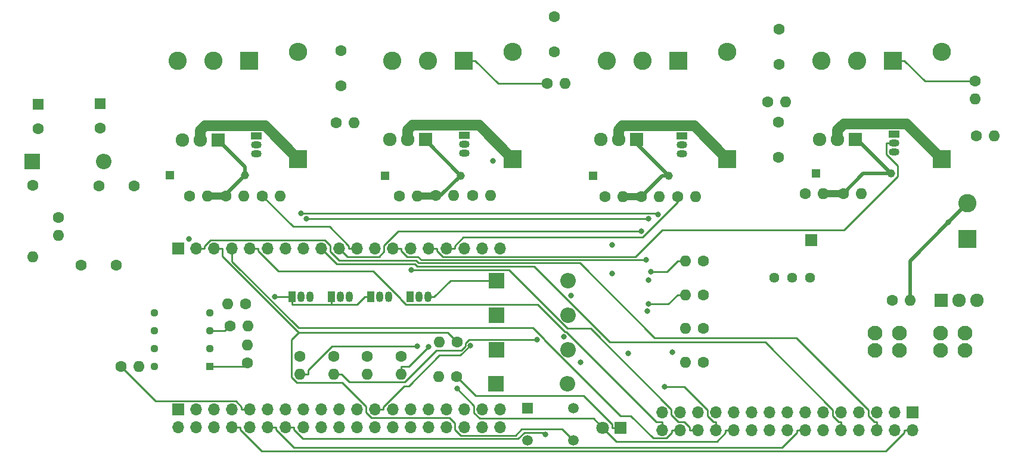
<source format=gbr>
%TF.GenerationSoftware,KiCad,Pcbnew,(6.0.0)*%
%TF.CreationDate,2022-04-11T12:39:09-07:00*%
%TF.ProjectId,MakeItRain,4d616b65-4974-4526-9169-6e2e6b696361,rev?*%
%TF.SameCoordinates,Original*%
%TF.FileFunction,Copper,L2,Inr*%
%TF.FilePolarity,Positive*%
%FSLAX46Y46*%
G04 Gerber Fmt 4.6, Leading zero omitted, Abs format (unit mm)*
G04 Created by KiCad (PCBNEW (6.0.0)) date 2022-04-11 12:39:09*
%MOMM*%
%LPD*%
G01*
G04 APERTURE LIST*
%TA.AperFunction,ComponentPad*%
%ADD10C,1.600000*%
%TD*%
%TA.AperFunction,ComponentPad*%
%ADD11R,2.600000X2.600000*%
%TD*%
%TA.AperFunction,ComponentPad*%
%ADD12O,2.600000X2.600000*%
%TD*%
%TA.AperFunction,ComponentPad*%
%ADD13R,1.800000X1.800000*%
%TD*%
%TA.AperFunction,ComponentPad*%
%ADD14C,1.800000*%
%TD*%
%TA.AperFunction,ComponentPad*%
%ADD15R,1.700000X1.700000*%
%TD*%
%TA.AperFunction,ComponentPad*%
%ADD16O,1.700000X1.700000*%
%TD*%
%TA.AperFunction,ComponentPad*%
%ADD17O,1.600000X1.600000*%
%TD*%
%TA.AperFunction,ComponentPad*%
%ADD18C,2.600000*%
%TD*%
%TA.AperFunction,ComponentPad*%
%ADD19R,1.920000X1.920000*%
%TD*%
%TA.AperFunction,ComponentPad*%
%ADD20C,1.920000*%
%TD*%
%TA.AperFunction,ComponentPad*%
%ADD21R,1.050000X1.500000*%
%TD*%
%TA.AperFunction,ComponentPad*%
%ADD22O,1.050000X1.500000*%
%TD*%
%TA.AperFunction,ComponentPad*%
%ADD23R,1.150000X1.150000*%
%TD*%
%TA.AperFunction,ComponentPad*%
%ADD24C,1.150000*%
%TD*%
%TA.AperFunction,ComponentPad*%
%ADD25R,1.600000X1.600000*%
%TD*%
%TA.AperFunction,ComponentPad*%
%ADD26R,1.500000X1.050000*%
%TD*%
%TA.AperFunction,ComponentPad*%
%ADD27O,1.500000X1.050000*%
%TD*%
%TA.AperFunction,ComponentPad*%
%ADD28C,1.440000*%
%TD*%
%TA.AperFunction,ComponentPad*%
%ADD29R,2.200000X2.200000*%
%TD*%
%TA.AperFunction,ComponentPad*%
%ADD30O,2.200000X2.200000*%
%TD*%
%TA.AperFunction,ComponentPad*%
%ADD31R,1.500000X1.500000*%
%TD*%
%TA.AperFunction,ComponentPad*%
%ADD32C,1.500000*%
%TD*%
%TA.AperFunction,ComponentPad*%
%ADD33C,2.100000*%
%TD*%
%TA.AperFunction,ComponentPad*%
%ADD34R,1.130000X1.130000*%
%TD*%
%TA.AperFunction,ComponentPad*%
%ADD35C,1.130000*%
%TD*%
%TA.AperFunction,ViaPad*%
%ADD36C,0.800000*%
%TD*%
%TA.AperFunction,Conductor*%
%ADD37C,0.250000*%
%TD*%
%TA.AperFunction,Conductor*%
%ADD38C,0.508000*%
%TD*%
%TA.AperFunction,Conductor*%
%ADD39C,1.524000*%
%TD*%
%TA.AperFunction,Conductor*%
%ADD40C,1.016000*%
%TD*%
G04 APERTURE END LIST*
D10*
%TO.N,/Zone1IO/ZoneInput*%
%TO.C,C2*%
X89109000Y-69659700D03*
%TO.N,GND*%
X89109000Y-74659700D03*
%TD*%
%TO.N,/Zone2IO/ZoneInput*%
%TO.C,C3*%
X119449600Y-64825000D03*
%TO.N,GND*%
X119449600Y-69825000D03*
%TD*%
%TO.N,/Zone3IO/ZoneInput*%
%TO.C,C4*%
X151357900Y-66638300D03*
%TO.N,GND*%
X151357900Y-71638300D03*
%TD*%
D11*
%TO.N,/Zone1IO/ZoneOutput*%
%TO.C,D3*%
X83061000Y-85060000D03*
D12*
%TO.N,GND*%
X83061000Y-69820000D03*
%TD*%
D11*
%TO.N,/Zone2IO/ZoneOutput*%
%TO.C,D5*%
X113541000Y-85060000D03*
D12*
%TO.N,GND*%
X113541000Y-69820000D03*
%TD*%
D11*
%TO.N,/Zone4IO/ZoneOutput*%
%TO.C,D7*%
X174501000Y-85060000D03*
D12*
%TO.N,GND*%
X174501000Y-69820000D03*
%TD*%
D11*
%TO.N,/Zone3IO/ZoneOutput*%
%TO.C,D9*%
X144021000Y-85060000D03*
D12*
%TO.N,GND*%
X144021000Y-69820000D03*
%TD*%
D13*
%TO.N,Net-(D1-Pad1)*%
%TO.C,D1*%
X128872900Y-123268200D03*
D14*
%TO.N,D21*%
X126332900Y-123268200D03*
%TD*%
D15*
%TO.N,+3V3*%
%TO.C,J2*%
X66040000Y-120650000D03*
D16*
X66040000Y-123190000D03*
%TO.N,EN*%
X68580000Y-120650000D03*
X68580000Y-123190000D03*
%TO.N,D36*%
X71120000Y-120650000D03*
X71120000Y-123190000D03*
%TO.N,D39*%
X73660000Y-120650000D03*
X73660000Y-123190000D03*
%TO.N,D34*%
X76200000Y-120650000D03*
X76200000Y-123190000D03*
%TO.N,D35*%
X78740000Y-120650000D03*
X78740000Y-123190000D03*
%TO.N,D32*%
X81280000Y-120650000D03*
X81280000Y-123190000D03*
%TO.N,D33*%
X83820000Y-120650000D03*
X83820000Y-123190000D03*
%TO.N,D25*%
X86360000Y-120650000D03*
X86360000Y-123190000D03*
%TO.N,D26*%
X88900000Y-120650000D03*
X88900000Y-123190000D03*
%TO.N,D27*%
X91440000Y-120650000D03*
X91440000Y-123190000D03*
%TO.N,D14*%
X93980000Y-120650000D03*
X93980000Y-123190000D03*
%TO.N,D12*%
X96520000Y-120650000D03*
X96520000Y-123190000D03*
%TO.N,GND*%
X99060000Y-120650000D03*
X99060000Y-123190000D03*
%TO.N,unconnected-(J2-Pad29)*%
X101600000Y-120650000D03*
%TO.N,unconnected-(J2-Pad30)*%
X101600000Y-123190000D03*
%TO.N,unconnected-(J2-Pad31)*%
X104140000Y-120650000D03*
%TO.N,unconnected-(J2-Pad32)*%
X104140000Y-123190000D03*
%TO.N,unconnected-(J2-Pad33)*%
X106680000Y-120650000D03*
%TO.N,unconnected-(J2-Pad34)*%
X106680000Y-123190000D03*
%TO.N,unconnected-(J2-Pad35)*%
X109220000Y-120650000D03*
%TO.N,unconnected-(J2-Pad36)*%
X109220000Y-123190000D03*
%TO.N,+5V*%
X111760000Y-120650000D03*
X111760000Y-123190000D03*
%TD*%
D15*
%TO.N,GND*%
%TO.C,J3*%
X66040000Y-97790000D03*
D16*
%TO.N,D23*%
X68580000Y-97790000D03*
%TO.N,D22*%
X71120000Y-97790000D03*
%TO.N,TX*%
X73660000Y-97790000D03*
%TO.N,RX*%
X76200000Y-97790000D03*
%TO.N,D21*%
X78740000Y-97790000D03*
%TO.N,GND*%
X81280000Y-97790000D03*
%TO.N,D19*%
X83820000Y-97790000D03*
%TO.N,D18*%
X86360000Y-97790000D03*
%TO.N,D5*%
X88900000Y-97790000D03*
%TO.N,D17*%
X91440000Y-97790000D03*
%TO.N,D16*%
X93980000Y-97790000D03*
%TO.N,D4*%
X96520000Y-97790000D03*
%TO.N,D0*%
X99060000Y-97790000D03*
%TO.N,D2*%
X101600000Y-97790000D03*
%TO.N,D15*%
X104140000Y-97790000D03*
%TO.N,/SD1*%
X106680000Y-97790000D03*
%TO.N,/SDD*%
X109220000Y-97790000D03*
%TO.N,/CLK*%
X111760000Y-97790000D03*
%TD*%
D10*
%TO.N,Net-(D10-Pad1)*%
%TO.C,L1*%
X45352300Y-88789900D03*
D17*
%TO.N,+5V*%
X45352300Y-98949900D03*
%TD*%
D11*
%TO.N,Net-(P1-Pad1)*%
%TO.C,P1*%
X178125700Y-96457800D03*
D18*
%TO.N,GND*%
X178125700Y-91377800D03*
%TD*%
D19*
%TO.N,Net-(Q3-Pad1)*%
%TO.C,Q3*%
X71689700Y-82379600D03*
D20*
%TO.N,/Zone1IO/ZoneOutput*%
X69149700Y-82379600D03*
%TO.N,+VDC*%
X66609700Y-82379600D03*
%TD*%
D19*
%TO.N,Net-(Q6-Pad1)*%
%TO.C,Q6*%
X101108600Y-82267600D03*
D20*
%TO.N,/Zone2IO/ZoneOutput*%
X98568600Y-82267600D03*
%TO.N,+VDC*%
X96028600Y-82267600D03*
%TD*%
D21*
%TO.N,GND*%
%TO.C,Q7*%
X93346300Y-104626700D03*
D22*
%TO.N,/Zone3IO/ZoneInput*%
X94616300Y-104626700D03*
%TO.N,Net-(D6-Pad1)*%
X95886300Y-104626700D03*
%TD*%
D19*
%TO.N,Net-(Q9-Pad1)*%
%TO.C,Q9*%
X131085700Y-82267600D03*
D20*
%TO.N,/Zone3IO/ZoneOutput*%
X128545700Y-82267600D03*
%TO.N,+VDC*%
X126005700Y-82267600D03*
%TD*%
D19*
%TO.N,Net-(Q12-Pad1)*%
%TO.C,Q12*%
X162229200Y-82267600D03*
D20*
%TO.N,/Zone4IO/ZoneOutput*%
X159689200Y-82267600D03*
%TO.N,+VDC*%
X157149200Y-82267600D03*
%TD*%
D19*
%TO.N,Net-(Q13-Pad1)*%
%TO.C,Q13*%
X174341600Y-105164100D03*
D20*
%TO.N,Net-(P1-Pad1)*%
X176881600Y-105164100D03*
%TO.N,Net-(Q13-Pad3)*%
X179421600Y-105164100D03*
%TD*%
D11*
%TO.N,/Zone2IO/ZoneInput*%
%TO.C,Z2*%
X106556000Y-71090000D03*
D18*
%TO.N,/Zone2IO/ZoneOutput*%
X101476000Y-71090000D03*
%TO.N,GND*%
X96396000Y-71090000D03*
%TD*%
D11*
%TO.N,/Zone3IO/ZoneInput*%
%TO.C,Z3*%
X137036000Y-71090000D03*
D18*
%TO.N,/Zone3IO/ZoneOutput*%
X131956000Y-71090000D03*
%TO.N,GND*%
X126876000Y-71090000D03*
%TD*%
D11*
%TO.N,/Zone4IO/ZoneInput*%
%TO.C,Z4*%
X167516000Y-71090000D03*
D18*
%TO.N,/Zone4IO/ZoneOutput*%
X162436000Y-71090000D03*
%TO.N,GND*%
X157356000Y-71090000D03*
%TD*%
D11*
%TO.N,/Zone1IO/ZoneInput*%
%TO.C,Z1*%
X76076000Y-71090000D03*
D18*
%TO.N,/Zone1IO/ZoneOutput*%
X70996000Y-71090000D03*
%TO.N,GND*%
X65916000Y-71090000D03*
%TD*%
D15*
%TO.N,+VDC*%
%TO.C,J1*%
X170349000Y-121042300D03*
D16*
%TO.N,D39*%
X170349000Y-123582300D03*
%TO.N,+VDC*%
X167809000Y-121042300D03*
%TO.N,AuxVoltage*%
X167809000Y-123582300D03*
%TO.N,+VDC*%
X165269000Y-121042300D03*
%TO.N,D23*%
X165269000Y-123582300D03*
%TO.N,+VDC*%
X162729000Y-121042300D03*
%TO.N,D19*%
X162729000Y-123582300D03*
%TO.N,+VDC*%
X160189000Y-121042300D03*
%TO.N,D18*%
X160189000Y-123582300D03*
%TO.N,+3V3*%
X157649000Y-121042300D03*
%TO.N,D5*%
X157649000Y-123582300D03*
%TO.N,+5V*%
X155109000Y-121042300D03*
%TO.N,D35*%
X155109000Y-123582300D03*
%TO.N,+5V*%
X152569000Y-121042300D03*
%TO.N,D32*%
X152569000Y-123582300D03*
%TO.N,GND*%
X150029000Y-121042300D03*
%TO.N,D33*%
X150029000Y-123582300D03*
%TO.N,GND*%
X147489000Y-121042300D03*
%TO.N,D25*%
X147489000Y-123582300D03*
%TO.N,GND*%
X144949000Y-121042300D03*
%TO.N,D21*%
X144949000Y-123582300D03*
%TO.N,GND*%
X142409000Y-121042300D03*
%TO.N,D4*%
X142409000Y-123582300D03*
%TO.N,GND*%
X139869000Y-121042300D03*
%TO.N,D0*%
X139869000Y-123582300D03*
%TO.N,GND*%
X137329000Y-121042300D03*
%TO.N,TX*%
X137329000Y-123582300D03*
%TO.N,GND*%
X134789000Y-121042300D03*
%TO.N,RX*%
X134789000Y-123582300D03*
%TD*%
D23*
%TO.N,+VDC*%
%TO.C,Z5*%
X64792500Y-87395400D03*
D24*
%TO.N,Net-(Q3-Pad1)*%
X75492500Y-87395400D03*
%TD*%
D23*
%TO.N,+VDC*%
%TO.C,Z6*%
X95418500Y-87436000D03*
D24*
%TO.N,Net-(Q6-Pad1)*%
X106118500Y-87436000D03*
%TD*%
D23*
%TO.N,+VDC*%
%TO.C,Z8*%
X156564300Y-87104200D03*
D24*
%TO.N,Net-(Q12-Pad1)*%
X167264300Y-87104200D03*
%TD*%
D25*
%TO.N,+VDC*%
%TO.C,C8*%
X54934800Y-77231100D03*
D10*
%TO.N,GND*%
X54934800Y-80731100D03*
%TD*%
D21*
%TO.N,GND*%
%TO.C,Q4*%
X87748400Y-104639800D03*
D22*
%TO.N,/Zone2IO/ZoneInput*%
X89018400Y-104639800D03*
%TO.N,Net-(D4-Pad1)*%
X90288400Y-104639800D03*
%TD*%
D10*
%TO.N,+VDC*%
%TO.C,R23*%
X75572300Y-105627200D03*
D17*
%TO.N,Net-(IC3-Pad3)*%
X73032300Y-105627200D03*
%TD*%
D10*
%TO.N,+3V3*%
%TO.C,R31*%
X88097100Y-113124500D03*
D17*
%TO.N,D27*%
X88097100Y-115664500D03*
%TD*%
D10*
%TO.N,Net-(Q9-Pad1)*%
%TO.C,R16*%
X131777400Y-90385900D03*
D17*
%TO.N,Net-(Q8-Pad3)*%
X134317400Y-90385900D03*
%TD*%
D26*
%TO.N,GND*%
%TO.C,Q2*%
X77074800Y-81816600D03*
D27*
%TO.N,D17*%
X77074800Y-83086600D03*
%TO.N,Net-(Q2-Pad3)*%
X77074800Y-84356600D03*
%TD*%
D10*
%TO.N,Net-(IC3-Pad3)*%
%TO.C,R24*%
X73376700Y-108765100D03*
D17*
%TO.N,GND*%
X75916700Y-108765100D03*
%TD*%
D10*
%TO.N,/Zone1IO/ZoneInput*%
%TO.C,R5*%
X88483500Y-79968900D03*
D17*
%TO.N,GND*%
X91023500Y-79968900D03*
%TD*%
D28*
%TO.N,AuxVoltage*%
%TO.C,RV1*%
X150637800Y-101920600D03*
%TO.N,Net-(IC3-Pad5)*%
X153177800Y-101920600D03*
%TO.N,GND*%
X155717800Y-101920600D03*
%TD*%
D15*
%TO.N,AuxVoltage*%
%TO.C,J4*%
X155955000Y-96632400D03*
%TD*%
D10*
%TO.N,+VDC*%
%TO.C,R15*%
X126614500Y-90392400D03*
D17*
%TO.N,Net-(Q9-Pad1)*%
X129154500Y-90392400D03*
%TD*%
D10*
%TO.N,/Zone4IO/ZoneInput*%
%TO.C,R17*%
X179213800Y-74015100D03*
D17*
%TO.N,GND*%
X179213800Y-76555100D03*
%TD*%
D10*
%TO.N,Net-(D1-Pad1)*%
%TO.C,R4*%
X105516500Y-115956200D03*
D17*
%TO.N,GND*%
X102976500Y-115956200D03*
%TD*%
D10*
%TO.N,D2*%
%TO.C,R18*%
X179350700Y-81833100D03*
D17*
%TO.N,GND*%
X181890700Y-81833100D03*
%TD*%
D10*
%TO.N,+3V3*%
%TO.C,R29*%
X140604000Y-113952700D03*
D17*
%TO.N,Net-(IC4-Pad1)*%
X138064000Y-113952700D03*
%TD*%
D10*
%TO.N,D36*%
%TO.C,R25*%
X75859900Y-114068500D03*
D17*
%TO.N,GND*%
X75859900Y-111528500D03*
%TD*%
D10*
%TO.N,+3V3*%
%TO.C,R33*%
X97677800Y-113124500D03*
D17*
%TO.N,D12*%
X97677800Y-115664500D03*
%TD*%
D10*
%TO.N,D15*%
%TO.C,R14*%
X136973400Y-90405200D03*
D17*
%TO.N,GND*%
X139513400Y-90405200D03*
%TD*%
D26*
%TO.N,GND*%
%TO.C,Q11*%
X167687500Y-81543000D03*
D27*
%TO.N,D2*%
X167687500Y-82813000D03*
%TO.N,Net-(Q11-Pad3)*%
X167687500Y-84083000D03*
%TD*%
D10*
%TO.N,+3V3*%
%TO.C,R27*%
X140604000Y-104374000D03*
D17*
%TO.N,Net-(IC4-Pad5)*%
X138064000Y-104374000D03*
%TD*%
D29*
%TO.N,Net-(D4-Pad1)*%
%TO.C,D4*%
X111225100Y-112149400D03*
D30*
%TO.N,/InputIsolation/2in*%
X121385100Y-112149400D03*
%TD*%
D29*
%TO.N,Net-(D2-Pad1)*%
%TO.C,D2*%
X111172700Y-117020300D03*
D30*
%TO.N,/InputIsolation/1in*%
X121332700Y-117020300D03*
%TD*%
D31*
%TO.N,unconnected-(S1-Pad1)*%
%TO.C,S1*%
X115616200Y-120523800D03*
D32*
%TO.N,+3V3*%
X122116200Y-120523800D03*
%TO.N,unconnected-(S1-Pad3)*%
X115616200Y-125023800D03*
%TO.N,D22*%
X122116200Y-125023800D03*
%TD*%
D10*
%TO.N,/Zone2IO/ZoneInput*%
%TO.C,R9*%
X118458200Y-74373700D03*
D17*
%TO.N,GND*%
X120998200Y-74373700D03*
%TD*%
D10*
%TO.N,/Zone3IO/ZoneInput*%
%TO.C,R13*%
X149787000Y-76942800D03*
D17*
%TO.N,GND*%
X152327000Y-76942800D03*
%TD*%
D10*
%TO.N,D17*%
%TO.C,R6*%
X77976900Y-90313600D03*
D17*
%TO.N,GND*%
X80516900Y-90313600D03*
%TD*%
D10*
%TO.N,+VDC*%
%TO.C,R11*%
X97428100Y-90313600D03*
D17*
%TO.N,Net-(Q6-Pad1)*%
X99968100Y-90313600D03*
%TD*%
D10*
%TO.N,+VDC*%
%TO.C,R7*%
X67592100Y-90313600D03*
D17*
%TO.N,Net-(Q3-Pad1)*%
X70132100Y-90313600D03*
%TD*%
D33*
%TO.N,+VDC*%
%TO.C,U2*%
X164978400Y-112300500D03*
X168478400Y-112300500D03*
%TO.N,Net-(Q13-Pad3)*%
X174278400Y-112300500D03*
X177778400Y-112300500D03*
X177778400Y-109800500D03*
X174278400Y-109800500D03*
%TO.N,+VDC*%
X168478400Y-109800500D03*
X164978400Y-109800500D03*
%TD*%
D21*
%TO.N,GND*%
%TO.C,Q10*%
X98978100Y-104626700D03*
D22*
%TO.N,/Zone4IO/ZoneInput*%
X100248100Y-104626700D03*
%TO.N,Net-(D8-Pad1)*%
X101518100Y-104626700D03*
%TD*%
D29*
%TO.N,Net-(D8-Pad1)*%
%TO.C,D8*%
X111225100Y-102330700D03*
D30*
%TO.N,/InputIsolation/4in*%
X121385100Y-102330700D03*
%TD*%
D34*
%TO.N,D36*%
%TO.C,IC3*%
X70520600Y-114579500D03*
D35*
X70520600Y-112039500D03*
%TO.N,Net-(IC3-Pad3)*%
X70520600Y-109499500D03*
%TO.N,GND*%
X70520600Y-106959500D03*
%TO.N,Net-(IC3-Pad5)*%
X62580600Y-106959500D03*
%TO.N,D34*%
X62580600Y-109499500D03*
X62580600Y-112039500D03*
%TO.N,+3V3*%
X62580600Y-114579500D03*
%TD*%
D21*
%TO.N,GND*%
%TO.C,Q1*%
X82152400Y-104644400D03*
D22*
%TO.N,/Zone1IO/ZoneInput*%
X83422400Y-104644400D03*
%TO.N,Net-(D2-Pad1)*%
X84692400Y-104644400D03*
%TD*%
D10*
%TO.N,+3V3*%
%TO.C,R26*%
X140604000Y-99584700D03*
D17*
%TO.N,Net-(IC4-Pad7)*%
X138064000Y-99584700D03*
%TD*%
D10*
%TO.N,Net-(Q3-Pad1)*%
%TO.C,R8*%
X72798600Y-90313600D03*
D17*
%TO.N,Net-(Q2-Pad3)*%
X75338600Y-90313600D03*
%TD*%
D26*
%TO.N,GND*%
%TO.C,Q8*%
X137542600Y-81822900D03*
D27*
%TO.N,D15*%
X137542600Y-83092900D03*
%TO.N,Net-(Q8-Pad3)*%
X137542600Y-84362900D03*
%TD*%
D26*
%TO.N,GND*%
%TO.C,Q5*%
X106673400Y-81749200D03*
D27*
%TO.N,D16*%
X106673400Y-83019200D03*
%TO.N,Net-(Q5-Pad3)*%
X106673400Y-84289200D03*
%TD*%
D29*
%TO.N,Net-(D10-Pad1)*%
%TO.C,D10*%
X45258100Y-85454600D03*
D30*
%TO.N,GND*%
X55418100Y-85454600D03*
%TD*%
D10*
%TO.N,/Zone4IO/ZoneInput*%
%TO.C,C5*%
X151310400Y-84874400D03*
%TO.N,GND*%
X151310400Y-79874400D03*
%TD*%
%TO.N,Net-(Q13-Pad1)*%
%TO.C,R21*%
X167425100Y-105167700D03*
D17*
%TO.N,GND*%
X169965100Y-105167700D03*
%TD*%
D25*
%TO.N,+5V*%
%TO.C,C9*%
X46096800Y-77288700D03*
D10*
%TO.N,GND*%
X46096800Y-80788700D03*
%TD*%
%TO.N,D22*%
%TO.C,R3*%
X105650100Y-111109900D03*
D17*
%TO.N,GND*%
X103110100Y-111109900D03*
%TD*%
D10*
%TO.N,+3V3*%
%TO.C,R30*%
X83306700Y-113124500D03*
D17*
%TO.N,D26*%
X83306700Y-115664500D03*
%TD*%
D10*
%TO.N,Net-(Q6-Pad1)*%
%TO.C,R12*%
X102602700Y-90291400D03*
D17*
%TO.N,Net-(Q5-Pad3)*%
X105142700Y-90291400D03*
%TD*%
D10*
%TO.N,+VDC*%
%TO.C,R22*%
X48953700Y-93409700D03*
D17*
%TO.N,Net-(IC2-Pad1)*%
X48953700Y-95949700D03*
%TD*%
D10*
%TO.N,+3V3*%
%TO.C,R28*%
X140604000Y-109163400D03*
D17*
%TO.N,Net-(IC4-Pad3)*%
X138064000Y-109163400D03*
%TD*%
D10*
%TO.N,Net-(Q12-Pad1)*%
%TO.C,R20*%
X160459300Y-89971000D03*
D17*
%TO.N,Net-(Q11-Pad3)*%
X162999300Y-89971000D03*
%TD*%
D10*
%TO.N,+VDC*%
%TO.C,R19*%
X155096800Y-90020800D03*
D17*
%TO.N,Net-(Q12-Pad1)*%
X157636800Y-90020800D03*
%TD*%
D10*
%TO.N,D16*%
%TO.C,R10*%
X107804100Y-90285900D03*
D17*
%TO.N,GND*%
X110344100Y-90285900D03*
%TD*%
D10*
%TO.N,Net-(C7-Pad1)*%
%TO.C,C7*%
X59770100Y-88904000D03*
%TO.N,GND*%
X54770100Y-88904000D03*
%TD*%
D29*
%TO.N,Net-(D6-Pad1)*%
%TO.C,D6*%
X111225100Y-107240100D03*
D30*
%TO.N,/InputIsolation/3in*%
X121385100Y-107240100D03*
%TD*%
D10*
%TO.N,+3V3*%
%TO.C,R32*%
X92887500Y-113124500D03*
D17*
%TO.N,D14*%
X92887500Y-115664500D03*
%TD*%
D10*
%TO.N,Net-(C6-Pad1)*%
%TO.C,C6*%
X52188800Y-100124300D03*
%TO.N,GND*%
X57188800Y-100124300D03*
%TD*%
D23*
%TO.N,+VDC*%
%TO.C,Z7*%
X124968600Y-87436000D03*
D24*
%TO.N,Net-(Q9-Pad1)*%
X135668600Y-87436000D03*
%TD*%
D10*
%TO.N,D34*%
%TO.C,R34*%
X57889400Y-114568900D03*
D17*
%TO.N,GND*%
X60429400Y-114568900D03*
%TD*%
D36*
%TO.N,GND*%
X129949101Y-112732075D03*
X79744100Y-104644400D03*
X110681200Y-85364200D03*
X175397800Y-94105800D03*
%TO.N,+VDC*%
X67496700Y-96478900D03*
%TO.N,/InputIsolation/1in*%
X136217200Y-112539200D03*
%TO.N,/InputIsolation/2in*%
X132683200Y-106687700D03*
%TO.N,/InputIsolation/3in*%
X132792400Y-102309000D03*
%TO.N,/InputIsolation/4in*%
X127684800Y-97245100D03*
%TO.N,D21*%
X105595100Y-117698700D03*
%TO.N,Net-(IC4-Pad5)*%
X132828500Y-105687000D03*
%TO.N,Net-(IC4-Pad7)*%
X133129500Y-101084200D03*
%TO.N,D12*%
X127684800Y-101345000D03*
X101599700Y-111728700D03*
%TO.N,D14*%
X121803600Y-104507700D03*
X107503900Y-111581200D03*
%TO.N,D27*%
X116977200Y-110723400D03*
X120811300Y-110343900D03*
%TO.N,D26*%
X123198100Y-113969800D03*
X99940100Y-111709300D03*
%TO.N,D19*%
X84223800Y-93560200D03*
X132837400Y-93560200D03*
%TO.N,D5*%
X131766700Y-95343700D03*
%TO.N,D32*%
X118155200Y-124237800D03*
%TO.N,D4*%
X132446600Y-99415700D03*
X135118800Y-117429700D03*
%TO.N,D0*%
X99131700Y-100864500D03*
%TO.N,Net-(IC3-Pad5)*%
X83483000Y-92763400D03*
X134152800Y-92951000D03*
%TD*%
D37*
%TO.N,GND*%
X87748400Y-104639800D02*
X87748400Y-105715100D01*
X87743800Y-105719700D02*
X87748400Y-105715100D01*
X82152400Y-104644400D02*
X82152400Y-105719700D01*
X82152400Y-104644400D02*
X79744100Y-104644400D01*
X92496000Y-104626700D02*
X91407600Y-105715100D01*
X93346300Y-104626700D02*
X92496000Y-104626700D01*
D38*
X169965000Y-102353200D02*
X169965000Y-99538400D01*
X169965000Y-105168000D02*
X169965000Y-102353200D01*
D37*
X82152400Y-105719700D02*
X87743800Y-105719700D01*
X169965000Y-102353200D02*
X169965100Y-102353300D01*
X91407600Y-105715100D02*
X87748400Y-105715100D01*
D38*
X169965000Y-99538400D02*
X175397800Y-94105800D01*
X175397800Y-94105800D02*
X178126000Y-91377800D01*
D37*
X169965100Y-102353300D02*
X169965100Y-105167700D01*
D39*
%TO.N,/Zone1IO/ZoneOutput*%
X69841600Y-80330100D02*
X78331100Y-80330100D01*
X78331100Y-80330100D02*
X83061000Y-85060000D01*
X69149700Y-82379600D02*
X69149700Y-81021900D01*
X69149700Y-81021900D02*
X69841600Y-80330100D01*
%TO.N,/Zone2IO/ZoneOutput*%
X108744000Y-80262700D02*
X113541000Y-85060000D01*
X98568600Y-80964600D02*
X99270500Y-80262700D01*
X98568600Y-82267600D02*
X98568600Y-80964600D01*
X99270500Y-80262700D02*
X108744000Y-80262700D01*
%TO.N,/Zone4IO/ZoneOutput*%
X159689000Y-80909900D02*
X160543000Y-80056500D01*
X160543000Y-80056500D02*
X169497000Y-80056500D01*
X159689000Y-81737500D02*
X159689000Y-80909900D01*
X169497000Y-80056500D02*
X174501000Y-85060000D01*
D37*
X159689000Y-81737500D02*
X159689200Y-81737700D01*
D39*
X159689000Y-82267600D02*
X159689000Y-81737500D01*
D37*
X159689200Y-81737700D02*
X159689200Y-82267600D01*
D39*
%TO.N,/Zone3IO/ZoneOutput*%
X139297000Y-80336400D02*
X144021000Y-85060000D01*
D37*
X128545700Y-81737800D02*
X128545700Y-82267600D01*
D39*
X129119000Y-80336400D02*
X139297000Y-80336400D01*
X128546000Y-80909900D02*
X129119000Y-80336400D01*
X128546000Y-82267600D02*
X128546000Y-81737500D01*
D37*
X128546000Y-81737500D02*
X128545700Y-81737800D01*
D39*
X128546000Y-81737500D02*
X128546000Y-80909900D01*
D37*
%TO.N,D39*%
X73660000Y-123190000D02*
X74835300Y-123190000D01*
X166542300Y-126581000D02*
X77859000Y-126581000D01*
X170349000Y-123582300D02*
X169173700Y-123582300D01*
X77859000Y-126581000D02*
X74835300Y-123557300D01*
X74835300Y-123557300D02*
X74835300Y-123190000D01*
X169173700Y-123949600D02*
X166542300Y-126581000D01*
X169173700Y-123582300D02*
X169173700Y-123949600D01*
%TO.N,D21*%
X142510400Y-125212900D02*
X128277600Y-125212900D01*
X144949000Y-123582300D02*
X143773700Y-123582300D01*
X108044600Y-120148200D02*
X108044600Y-121144900D01*
X143773700Y-123582300D02*
X143773700Y-123949600D01*
X108044600Y-121144900D02*
X108819700Y-121920000D01*
X124984700Y-121920000D02*
X126332900Y-123268200D01*
X108819700Y-121920000D02*
X124984700Y-121920000D01*
X128277600Y-125212900D02*
X126332900Y-123268200D01*
X105595100Y-117698700D02*
X108044600Y-120148200D01*
X143773700Y-123949600D02*
X142510400Y-125212900D01*
%TO.N,/Zone2IO/ZoneInput*%
X108181300Y-71090000D02*
X111465000Y-74373700D01*
X106556000Y-71090000D02*
X108181300Y-71090000D01*
X111465000Y-74373700D02*
X118458200Y-74373700D01*
%TO.N,/Zone4IO/ZoneInput*%
X179213800Y-74015100D02*
X172066400Y-74015100D01*
X172066400Y-74015100D02*
X169141300Y-71090000D01*
X167516000Y-71090000D02*
X169141300Y-71090000D01*
%TO.N,D22*%
X82118200Y-116069100D02*
X82118200Y-110706200D01*
X92710000Y-120223000D02*
X89331800Y-116844800D01*
X120575100Y-123482700D02*
X114786700Y-123482700D01*
X92710000Y-121081000D02*
X92710000Y-120223000D01*
X93454400Y-121825400D02*
X92710000Y-121081000D01*
X72295300Y-97790000D02*
X72295300Y-98921900D01*
X82118200Y-110706200D02*
X83098900Y-109725500D01*
X113897800Y-124371600D02*
X106135800Y-124371600D01*
X105315400Y-122633600D02*
X104507200Y-121825400D01*
X72295300Y-98921900D02*
X83098900Y-109725500D01*
X114786700Y-123482700D02*
X113897800Y-124371600D01*
X82893900Y-116844800D02*
X82118200Y-116069100D01*
X105315400Y-123551200D02*
X105315400Y-122633600D01*
X106135800Y-124371600D02*
X105315400Y-123551200D01*
X122116200Y-125023800D02*
X120575100Y-123482700D01*
X104265700Y-109725500D02*
X105650100Y-111109900D01*
X89331800Y-116844800D02*
X82893900Y-116844800D01*
X71120000Y-97790000D02*
X72295300Y-97790000D01*
X104507200Y-121825400D02*
X93454400Y-121825400D01*
X83098900Y-109725500D02*
X104265700Y-109725500D01*
%TO.N,D36*%
X75348900Y-114579500D02*
X75859900Y-114068500D01*
X70520600Y-114579500D02*
X75348900Y-114579500D01*
%TO.N,Net-(IC3-Pad3)*%
X70520600Y-109499500D02*
X72642300Y-109499500D01*
X72642300Y-109499500D02*
X73376700Y-108765100D01*
%TO.N,Net-(IC4-Pad5)*%
X132828500Y-105687000D02*
X135625700Y-105687000D01*
X135625700Y-105687000D02*
X136938700Y-104374000D01*
X138064000Y-104374000D02*
X136938700Y-104374000D01*
%TO.N,Net-(IC4-Pad7)*%
X135439200Y-101084200D02*
X133129500Y-101084200D01*
X138064000Y-99584700D02*
X136938700Y-99584700D01*
X136938700Y-99584700D02*
X135439200Y-101084200D01*
%TO.N,D12*%
X98789200Y-114539200D02*
X101599700Y-111728700D01*
X97677800Y-115664500D02*
X97677800Y-114539200D01*
X97677800Y-114539200D02*
X98789200Y-114539200D01*
%TO.N,D14*%
X103083600Y-112991200D02*
X106093900Y-112991200D01*
X93980000Y-120650000D02*
X95155300Y-120650000D01*
X98747400Y-117327400D02*
X103083600Y-112991200D01*
X95155300Y-120650000D02*
X95155300Y-120282600D01*
X95155300Y-120282600D02*
X98110500Y-117327400D01*
X98110500Y-117327400D02*
X98747400Y-117327400D01*
X106093900Y-112991200D02*
X107503900Y-111581200D01*
%TO.N,D27*%
X116977200Y-110723400D02*
X107335900Y-110723400D01*
X98155400Y-116789800D02*
X90347700Y-116789800D01*
X106778500Y-111669700D02*
X106212900Y-112235300D01*
X107335900Y-110723400D02*
X106778500Y-111280800D01*
X90347700Y-116789800D02*
X89222400Y-115664500D01*
X106212900Y-112235300D02*
X102709900Y-112235300D01*
X88097100Y-115664500D02*
X89222400Y-115664500D01*
X102709900Y-112235300D02*
X98155400Y-116789800D01*
X106778500Y-111280800D02*
X106778500Y-111669700D01*
%TO.N,D26*%
X84432000Y-115664500D02*
X84432000Y-115101900D01*
X84432000Y-115101900D02*
X87824600Y-111709300D01*
X83306700Y-115664500D02*
X84432000Y-115664500D01*
X87824600Y-111709300D02*
X99940100Y-111709300D01*
%TO.N,D23*%
X123077800Y-99866000D02*
X133679900Y-110468100D01*
X87630000Y-97381900D02*
X87630000Y-98230800D01*
X99758900Y-99508900D02*
X100116000Y-99866000D01*
X69755300Y-97790000D02*
X69755300Y-97422600D01*
X86862800Y-96614700D02*
X87630000Y-97381900D01*
X87630000Y-98230800D02*
X88908100Y-99508900D01*
X133679900Y-110468100D02*
X153836100Y-110468100D01*
X70563200Y-96614700D02*
X86862800Y-96614700D01*
X165269000Y-123582300D02*
X165269000Y-122407000D01*
X164093700Y-121599100D02*
X164901600Y-122407000D01*
X153836100Y-110468100D02*
X164093700Y-120725700D01*
X100116000Y-99866000D02*
X123077800Y-99866000D01*
X69755300Y-97422600D02*
X70563200Y-96614700D01*
X88908100Y-99508900D02*
X99758900Y-99508900D01*
X164901600Y-122407000D02*
X165269000Y-122407000D01*
X68580000Y-97790000D02*
X69755300Y-97790000D01*
X164093700Y-120725700D02*
X164093700Y-121599100D01*
%TO.N,D19*%
X132837400Y-93560200D02*
X84223800Y-93560200D01*
%TO.N,D18*%
X159013700Y-120724800D02*
X159013700Y-121599100D01*
X149366300Y-111077400D02*
X159013700Y-120724800D01*
X86360000Y-97790000D02*
X88569000Y-99999000D01*
X88569000Y-99999000D02*
X99612100Y-99999000D01*
X99929400Y-100316300D02*
X116586500Y-100316300D01*
X159821600Y-122407000D02*
X160189000Y-122407000D01*
X159013700Y-121599100D02*
X159821600Y-122407000D01*
X160189000Y-123582300D02*
X160189000Y-122407000D01*
X127347600Y-111077400D02*
X149366300Y-111077400D01*
X116586500Y-100316300D02*
X127347600Y-111077400D01*
X99612100Y-99999000D02*
X99929400Y-100316300D01*
%TO.N,D5*%
X97260300Y-95343700D02*
X131766700Y-95343700D01*
X94505000Y-98965300D02*
X95250000Y-98220300D01*
X95250000Y-97354000D02*
X97260300Y-95343700D01*
X88900000Y-97790000D02*
X90075300Y-98965300D01*
X95250000Y-98220300D02*
X95250000Y-97354000D01*
X90075300Y-98965300D02*
X94505000Y-98965300D01*
%TO.N,Net-(D1-Pad1)*%
X127647600Y-123268200D02*
X127647600Y-122808700D01*
X127647600Y-122808700D02*
X123551300Y-118712400D01*
X108272700Y-118712400D02*
X105516500Y-115956200D01*
X128872900Y-123268200D02*
X127647600Y-123268200D01*
X123551300Y-118712400D02*
X108272700Y-118712400D01*
%TO.N,D35*%
X153933700Y-123582300D02*
X153933700Y-123949600D01*
X151783000Y-126100300D02*
X82458300Y-126100300D01*
X153933700Y-123949600D02*
X151783000Y-126100300D01*
X82458300Y-126100300D02*
X79915300Y-123557300D01*
X79915300Y-123557300D02*
X79915300Y-123190000D01*
X78740000Y-123190000D02*
X79915300Y-123190000D01*
X155109000Y-123582300D02*
X153933700Y-123582300D01*
%TO.N,D32*%
X83736800Y-124838800D02*
X82455300Y-123557300D01*
X117850400Y-123933000D02*
X115178900Y-123933000D01*
X82455300Y-123557300D02*
X82455300Y-123190000D01*
X118155200Y-124237800D02*
X117850400Y-123933000D01*
X114273100Y-124838800D02*
X83736800Y-124838800D01*
X115178900Y-123933000D02*
X114273100Y-124838800D01*
X81280000Y-123190000D02*
X82455300Y-123190000D01*
%TO.N,D4*%
X142409000Y-122407000D02*
X142041600Y-122407000D01*
X100077200Y-98965300D02*
X100527600Y-99415700D01*
X142041600Y-122407000D02*
X141233700Y-121599100D01*
X137931800Y-117429700D02*
X135118800Y-117429700D01*
X96520000Y-97790000D02*
X97695300Y-97790000D01*
X142409000Y-123582300D02*
X142409000Y-122407000D01*
X100527600Y-99415700D02*
X132446600Y-99415700D01*
X98503200Y-98965300D02*
X100077200Y-98965300D01*
X97695300Y-97790000D02*
X97695300Y-98157400D01*
X97695300Y-98157400D02*
X98503200Y-98965300D01*
X141233700Y-120731600D02*
X137931800Y-117429700D01*
X141233700Y-121599100D02*
X141233700Y-120731600D01*
%TO.N,D0*%
X138693700Y-123214900D02*
X137885800Y-122407000D01*
X136059000Y-121436500D02*
X136059000Y-120650000D01*
X136059000Y-120650000D02*
X124577300Y-109168300D01*
X137885800Y-122407000D02*
X137029500Y-122407000D01*
X137029500Y-122407000D02*
X136059000Y-121436500D01*
X124577300Y-109168300D02*
X121288000Y-109168300D01*
X138693700Y-123582300D02*
X138693700Y-123214900D01*
X139869000Y-123582300D02*
X138693700Y-123582300D01*
X121288000Y-109168300D02*
X112984200Y-100864500D01*
X112984200Y-100864500D02*
X99131700Y-100864500D01*
%TO.N,TX*%
X136153700Y-123949700D02*
X136153700Y-123582300D01*
X73660000Y-97790000D02*
X73660000Y-98965300D01*
X128797000Y-121592500D02*
X130305500Y-121592500D01*
X117961400Y-110756900D02*
X128797000Y-121592500D01*
X73660000Y-99649700D02*
X83094200Y-109083900D01*
X133470600Y-124757600D02*
X135345800Y-124757600D01*
X116363500Y-109083900D02*
X117961400Y-110681800D01*
X117961400Y-110681800D02*
X117961400Y-110756900D01*
X73660000Y-98965300D02*
X73660000Y-99649700D01*
X130305500Y-121592500D02*
X133470600Y-124757600D01*
X135345800Y-124757600D02*
X136153700Y-123949700D01*
X83094200Y-109083900D02*
X116363500Y-109083900D01*
X137329000Y-123582300D02*
X136153700Y-123582300D01*
%TO.N,RX*%
X93696500Y-101000500D02*
X80218500Y-101000500D01*
X97571800Y-104964200D02*
X97571800Y-104875800D01*
X97571800Y-104875800D02*
X93696500Y-101000500D01*
X80218500Y-101000500D02*
X77375300Y-98157300D01*
X120940600Y-109618600D02*
X117041500Y-105719500D01*
X98327100Y-105719500D02*
X97571800Y-104964200D01*
X134789000Y-122407000D02*
X133900200Y-122407000D01*
X117041500Y-105719500D02*
X98327100Y-105719500D01*
X134789000Y-123582300D02*
X134789000Y-122407000D01*
X77375300Y-98157300D02*
X77375300Y-97790000D01*
X76200000Y-97790000D02*
X77375300Y-97790000D01*
X133900200Y-122407000D02*
X121111800Y-109618600D01*
X121111800Y-109618600D02*
X120940600Y-109618600D01*
%TO.N,D34*%
X62795200Y-119474700D02*
X74216800Y-119474700D01*
X76200000Y-120650000D02*
X75024700Y-120650000D01*
X57889400Y-114568900D02*
X62795200Y-119474700D01*
X74216800Y-119474700D02*
X75024700Y-120282600D01*
X75024700Y-120282600D02*
X75024700Y-120650000D01*
%TO.N,D17*%
X77976900Y-90313600D02*
X82326200Y-94662900D01*
X90264700Y-97422700D02*
X90264700Y-97790000D01*
X82326200Y-94662900D02*
X87504900Y-94662900D01*
X91440000Y-97790000D02*
X90264700Y-97790000D01*
X87504900Y-94662900D02*
X90264700Y-97422700D01*
%TO.N,D2*%
X166612200Y-82813000D02*
X166612200Y-84436400D01*
X166612200Y-84436400D02*
X168174900Y-85999100D01*
X102775300Y-98157400D02*
X102775300Y-97790000D01*
X103583200Y-98965300D02*
X102775300Y-98157400D01*
X167687500Y-82813000D02*
X166612200Y-82813000D01*
X168174900Y-85999100D02*
X168174900Y-87529200D01*
X134768400Y-95151400D02*
X130954500Y-98965300D01*
X160552700Y-95151400D02*
X134768400Y-95151400D01*
X168174900Y-87529200D02*
X160552700Y-95151400D01*
X130954500Y-98965300D02*
X103583200Y-98965300D01*
X101600000Y-97790000D02*
X102775300Y-97790000D01*
%TO.N,D15*%
X131965600Y-96221000D02*
X136973400Y-91213200D01*
X105315300Y-97790000D02*
X105315300Y-97422700D01*
X136973400Y-91213200D02*
X136973400Y-90405200D01*
X106517000Y-96221000D02*
X131965600Y-96221000D01*
X104140000Y-97790000D02*
X105315300Y-97790000D01*
X105315300Y-97422700D02*
X106517000Y-96221000D01*
D38*
%TO.N,Net-(Q3-Pad1)*%
X72798600Y-90313600D02*
X72798600Y-90089300D01*
X75492500Y-86182400D02*
X71689700Y-82379600D01*
D40*
X70132100Y-90313600D02*
X72798600Y-90313600D01*
D38*
X75492500Y-87395400D02*
X75492500Y-86182400D01*
X72798600Y-90089300D02*
X75492500Y-87395400D01*
D37*
%TO.N,Net-(Q6-Pad1)*%
X102603000Y-90291400D02*
X102602700Y-90291400D01*
D38*
X101109000Y-82346800D02*
X101109000Y-82267600D01*
X101109000Y-82426100D02*
X101109000Y-82346800D01*
D40*
X99968100Y-90313600D02*
X102580000Y-90313600D01*
D38*
X103263000Y-90291400D02*
X106118000Y-87436000D01*
X102603000Y-90291400D02*
X103263000Y-90291400D01*
D37*
X101108600Y-82346400D02*
X101108600Y-82267600D01*
X101109000Y-82346800D02*
X101108600Y-82346400D01*
D38*
X106118000Y-87436000D02*
X101109000Y-82426100D01*
D37*
X106118500Y-87436000D02*
X106118000Y-87436000D01*
D40*
X102580000Y-90313600D02*
X102603000Y-90291400D01*
D38*
%TO.N,Net-(Q9-Pad1)*%
X135669000Y-87436000D02*
X131086000Y-82853100D01*
D37*
X131086000Y-82560300D02*
X131085700Y-82560000D01*
D38*
X131086000Y-82560300D02*
X131086000Y-82267600D01*
D40*
X131771000Y-90392400D02*
X131777000Y-90385900D01*
D37*
X131085700Y-82560000D02*
X131085700Y-82267600D01*
D38*
X134727000Y-87436000D02*
X135668600Y-87436000D01*
X135668600Y-87436000D02*
X135669000Y-87436000D01*
D37*
X131777400Y-90385900D02*
X131777000Y-90385900D01*
D38*
X131777000Y-90385900D02*
X134727000Y-87436000D01*
X131086000Y-82853100D02*
X131086000Y-82560300D01*
D40*
X129154500Y-90392400D02*
X131771000Y-90392400D01*
D38*
%TO.N,Net-(Q12-Pad1)*%
X167264000Y-87104200D02*
X162428000Y-82267600D01*
D37*
X165581700Y-87104200D02*
X167264300Y-87104200D01*
D40*
X160409000Y-90020800D02*
X160459000Y-89971000D01*
D38*
X160459000Y-89971000D02*
X163326000Y-87104200D01*
D37*
X160459300Y-89971000D02*
X160459000Y-89971000D01*
X157637000Y-90020800D02*
X157636800Y-90020800D01*
D38*
X163326000Y-87104200D02*
X165581700Y-87104200D01*
D40*
X157637000Y-90020800D02*
X160409000Y-90020800D01*
D38*
X165581700Y-87104200D02*
X167264000Y-87104200D01*
D37*
%TO.N,Net-(D8-Pad1)*%
X111225100Y-102330700D02*
X104664400Y-102330700D01*
X101518100Y-104626700D02*
X102368400Y-104626700D01*
X104664400Y-102330700D02*
X102368400Y-104626700D01*
%TO.N,Net-(IC3-Pad5)*%
X83483000Y-92763400D02*
X133965200Y-92763400D01*
X133965200Y-92763400D02*
X134152800Y-92951000D01*
%TD*%
M02*

</source>
